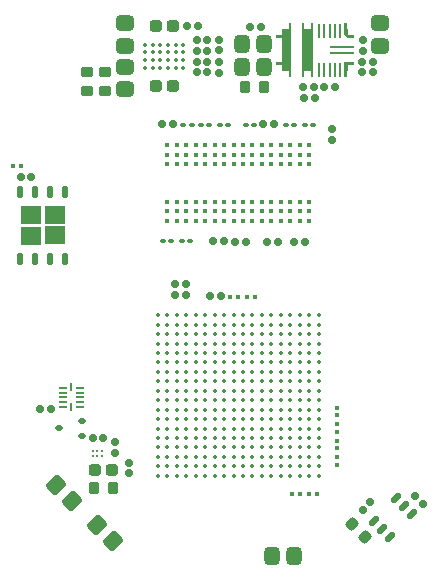
<source format=gtp>
G04*
G04 #@! TF.GenerationSoftware,Altium Limited,Altium Designer,22.0.2 (36)*
G04*
G04 Layer_Color=8421504*
%FSAX24Y24*%
%MOIN*%
G70*
G04*
G04 #@! TF.SameCoordinates,F6E1E7C7-60DA-40DC-8EC0-405BC10227F4*
G04*
G04*
G04 #@! TF.FilePolarity,Positive*
G04*
G01*
G75*
%ADD15R,0.0709X0.0591*%
G04:AMPARAMS|DCode=16|XSize=13.8mil|YSize=15.7mil|CornerRadius=3.4mil|HoleSize=0mil|Usage=FLASHONLY|Rotation=270.000|XOffset=0mil|YOffset=0mil|HoleType=Round|Shape=RoundedRectangle|*
%AMROUNDEDRECTD16*
21,1,0.0138,0.0089,0,0,270.0*
21,1,0.0069,0.0157,0,0,270.0*
1,1,0.0069,-0.0044,-0.0034*
1,1,0.0069,-0.0044,0.0034*
1,1,0.0069,0.0044,0.0034*
1,1,0.0069,0.0044,-0.0034*
%
%ADD16ROUNDEDRECTD16*%
G04:AMPARAMS|DCode=17|XSize=25.2mil|YSize=25.2mil|CornerRadius=6.3mil|HoleSize=0mil|Usage=FLASHONLY|Rotation=90.000|XOffset=0mil|YOffset=0mil|HoleType=Round|Shape=RoundedRectangle|*
%AMROUNDEDRECTD17*
21,1,0.0252,0.0126,0,0,90.0*
21,1,0.0126,0.0252,0,0,90.0*
1,1,0.0126,0.0063,0.0063*
1,1,0.0126,0.0063,-0.0063*
1,1,0.0126,-0.0063,-0.0063*
1,1,0.0126,-0.0063,0.0063*
%
%ADD17ROUNDEDRECTD17*%
G04:AMPARAMS|DCode=18|XSize=59.1mil|YSize=51.2mil|CornerRadius=12.8mil|HoleSize=0mil|Usage=FLASHONLY|Rotation=90.000|XOffset=0mil|YOffset=0mil|HoleType=Round|Shape=RoundedRectangle|*
%AMROUNDEDRECTD18*
21,1,0.0591,0.0256,0,0,90.0*
21,1,0.0335,0.0512,0,0,90.0*
1,1,0.0256,0.0128,0.0167*
1,1,0.0256,0.0128,-0.0167*
1,1,0.0256,-0.0128,-0.0167*
1,1,0.0256,-0.0128,0.0167*
%
%ADD18ROUNDEDRECTD18*%
G04:AMPARAMS|DCode=19|XSize=59.1mil|YSize=51.2mil|CornerRadius=12.8mil|HoleSize=0mil|Usage=FLASHONLY|Rotation=225.000|XOffset=0mil|YOffset=0mil|HoleType=Round|Shape=RoundedRectangle|*
%AMROUNDEDRECTD19*
21,1,0.0591,0.0256,0,0,225.0*
21,1,0.0335,0.0512,0,0,225.0*
1,1,0.0256,-0.0209,-0.0028*
1,1,0.0256,0.0028,0.0209*
1,1,0.0256,0.0209,0.0028*
1,1,0.0256,-0.0028,-0.0209*
%
%ADD19ROUNDEDRECTD19*%
G04:AMPARAMS|DCode=20|XSize=23.6mil|YSize=23.6mil|CornerRadius=5.9mil|HoleSize=0mil|Usage=FLASHONLY|Rotation=90.000|XOffset=0mil|YOffset=0mil|HoleType=Round|Shape=RoundedRectangle|*
%AMROUNDEDRECTD20*
21,1,0.0236,0.0118,0,0,90.0*
21,1,0.0118,0.0236,0,0,90.0*
1,1,0.0118,0.0059,0.0059*
1,1,0.0118,0.0059,-0.0059*
1,1,0.0118,-0.0059,-0.0059*
1,1,0.0118,-0.0059,0.0059*
%
%ADD20ROUNDEDRECTD20*%
G04:AMPARAMS|DCode=21|XSize=16.5mil|YSize=18.1mil|CornerRadius=4.1mil|HoleSize=0mil|Usage=FLASHONLY|Rotation=270.000|XOffset=0mil|YOffset=0mil|HoleType=Round|Shape=RoundedRectangle|*
%AMROUNDEDRECTD21*
21,1,0.0165,0.0098,0,0,270.0*
21,1,0.0083,0.0181,0,0,270.0*
1,1,0.0083,-0.0049,-0.0041*
1,1,0.0083,-0.0049,0.0041*
1,1,0.0083,0.0049,0.0041*
1,1,0.0083,0.0049,-0.0041*
%
%ADD21ROUNDEDRECTD21*%
G04:AMPARAMS|DCode=22|XSize=23.6mil|YSize=23.6mil|CornerRadius=5.9mil|HoleSize=0mil|Usage=FLASHONLY|Rotation=180.000|XOffset=0mil|YOffset=0mil|HoleType=Round|Shape=RoundedRectangle|*
%AMROUNDEDRECTD22*
21,1,0.0236,0.0118,0,0,180.0*
21,1,0.0118,0.0236,0,0,180.0*
1,1,0.0118,-0.0059,0.0059*
1,1,0.0118,0.0059,0.0059*
1,1,0.0118,0.0059,-0.0059*
1,1,0.0118,-0.0059,-0.0059*
%
%ADD22ROUNDEDRECTD22*%
G04:AMPARAMS|DCode=23|XSize=25.2mil|YSize=25.2mil|CornerRadius=6.3mil|HoleSize=0mil|Usage=FLASHONLY|Rotation=180.000|XOffset=0mil|YOffset=0mil|HoleType=Round|Shape=RoundedRectangle|*
%AMROUNDEDRECTD23*
21,1,0.0252,0.0126,0,0,180.0*
21,1,0.0126,0.0252,0,0,180.0*
1,1,0.0126,-0.0063,0.0063*
1,1,0.0126,0.0063,0.0063*
1,1,0.0126,0.0063,-0.0063*
1,1,0.0126,-0.0063,-0.0063*
%
%ADD23ROUNDEDRECTD23*%
G04:AMPARAMS|DCode=24|XSize=17.7mil|YSize=41.3mil|CornerRadius=4.4mil|HoleSize=0mil|Usage=FLASHONLY|Rotation=180.000|XOffset=0mil|YOffset=0mil|HoleType=Round|Shape=RoundedRectangle|*
%AMROUNDEDRECTD24*
21,1,0.0177,0.0325,0,0,180.0*
21,1,0.0089,0.0413,0,0,180.0*
1,1,0.0089,-0.0044,0.0162*
1,1,0.0089,0.0044,0.0162*
1,1,0.0089,0.0044,-0.0162*
1,1,0.0089,-0.0044,-0.0162*
%
%ADD24ROUNDEDRECTD24*%
%ADD25C,0.0138*%
G04:AMPARAMS|DCode=26|XSize=7.9mil|YSize=27.6mil|CornerRadius=2mil|HoleSize=0mil|Usage=FLASHONLY|Rotation=270.000|XOffset=0mil|YOffset=0mil|HoleType=Round|Shape=RoundedRectangle|*
%AMROUNDEDRECTD26*
21,1,0.0079,0.0236,0,0,270.0*
21,1,0.0039,0.0276,0,0,270.0*
1,1,0.0039,-0.0118,-0.0020*
1,1,0.0039,-0.0118,0.0020*
1,1,0.0039,0.0118,0.0020*
1,1,0.0039,0.0118,-0.0020*
%
%ADD26ROUNDEDRECTD26*%
G04:AMPARAMS|DCode=27|XSize=7.9mil|YSize=27.6mil|CornerRadius=2mil|HoleSize=0mil|Usage=FLASHONLY|Rotation=180.000|XOffset=0mil|YOffset=0mil|HoleType=Round|Shape=RoundedRectangle|*
%AMROUNDEDRECTD27*
21,1,0.0079,0.0236,0,0,180.0*
21,1,0.0039,0.0276,0,0,180.0*
1,1,0.0039,-0.0020,0.0118*
1,1,0.0039,0.0020,0.0118*
1,1,0.0039,0.0020,-0.0118*
1,1,0.0039,-0.0020,-0.0118*
%
%ADD27ROUNDEDRECTD27*%
G04:AMPARAMS|DCode=28|XSize=18.5mil|YSize=23.6mil|CornerRadius=4.6mil|HoleSize=0mil|Usage=FLASHONLY|Rotation=90.000|XOffset=0mil|YOffset=0mil|HoleType=Round|Shape=RoundedRectangle|*
%AMROUNDEDRECTD28*
21,1,0.0185,0.0144,0,0,90.0*
21,1,0.0093,0.0236,0,0,90.0*
1,1,0.0093,0.0072,0.0046*
1,1,0.0093,0.0072,-0.0046*
1,1,0.0093,-0.0072,-0.0046*
1,1,0.0093,-0.0072,0.0046*
%
%ADD28ROUNDEDRECTD28*%
G04:AMPARAMS|DCode=29|XSize=39.4mil|YSize=35.4mil|CornerRadius=8.9mil|HoleSize=0mil|Usage=FLASHONLY|Rotation=90.000|XOffset=0mil|YOffset=0mil|HoleType=Round|Shape=RoundedRectangle|*
%AMROUNDEDRECTD29*
21,1,0.0394,0.0177,0,0,90.0*
21,1,0.0217,0.0354,0,0,90.0*
1,1,0.0177,0.0089,0.0108*
1,1,0.0177,0.0089,-0.0108*
1,1,0.0177,-0.0089,-0.0108*
1,1,0.0177,-0.0089,0.0108*
%
%ADD29ROUNDEDRECTD29*%
G04:AMPARAMS|DCode=30|XSize=37.4mil|YSize=41.3mil|CornerRadius=9.4mil|HoleSize=0mil|Usage=FLASHONLY|Rotation=270.000|XOffset=0mil|YOffset=0mil|HoleType=Round|Shape=RoundedRectangle|*
%AMROUNDEDRECTD30*
21,1,0.0374,0.0226,0,0,270.0*
21,1,0.0187,0.0413,0,0,270.0*
1,1,0.0187,-0.0113,-0.0094*
1,1,0.0187,-0.0113,0.0094*
1,1,0.0187,0.0113,0.0094*
1,1,0.0187,0.0113,-0.0094*
%
%ADD30ROUNDEDRECTD30*%
%ADD31C,0.0110*%
G04:AMPARAMS|DCode=32|XSize=59.1mil|YSize=51.2mil|CornerRadius=12.8mil|HoleSize=0mil|Usage=FLASHONLY|Rotation=0.000|XOffset=0mil|YOffset=0mil|HoleType=Round|Shape=RoundedRectangle|*
%AMROUNDEDRECTD32*
21,1,0.0591,0.0256,0,0,0.0*
21,1,0.0335,0.0512,0,0,0.0*
1,1,0.0256,0.0167,-0.0128*
1,1,0.0256,-0.0167,-0.0128*
1,1,0.0256,-0.0167,0.0128*
1,1,0.0256,0.0167,0.0128*
%
%ADD32ROUNDEDRECTD32*%
G04:AMPARAMS|DCode=33|XSize=39.4mil|YSize=35.4mil|CornerRadius=8.9mil|HoleSize=0mil|Usage=FLASHONLY|Rotation=0.000|XOffset=0mil|YOffset=0mil|HoleType=Round|Shape=RoundedRectangle|*
%AMROUNDEDRECTD33*
21,1,0.0394,0.0177,0,0,0.0*
21,1,0.0217,0.0354,0,0,0.0*
1,1,0.0177,0.0108,-0.0089*
1,1,0.0177,-0.0108,-0.0089*
1,1,0.0177,-0.0108,0.0089*
1,1,0.0177,0.0108,0.0089*
%
%ADD33ROUNDEDRECTD33*%
G04:AMPARAMS|DCode=34|XSize=39.4mil|YSize=35.4mil|CornerRadius=8.9mil|HoleSize=0mil|Usage=FLASHONLY|Rotation=225.000|XOffset=0mil|YOffset=0mil|HoleType=Round|Shape=RoundedRectangle|*
%AMROUNDEDRECTD34*
21,1,0.0394,0.0177,0,0,225.0*
21,1,0.0217,0.0354,0,0,225.0*
1,1,0.0177,-0.0139,-0.0014*
1,1,0.0177,0.0014,0.0139*
1,1,0.0177,0.0139,0.0014*
1,1,0.0177,-0.0014,-0.0139*
%
%ADD34ROUNDEDRECTD34*%
G04:AMPARAMS|DCode=35|XSize=21.7mil|YSize=39.4mil|CornerRadius=5.4mil|HoleSize=0mil|Usage=FLASHONLY|Rotation=135.000|XOffset=0mil|YOffset=0mil|HoleType=Round|Shape=RoundedRectangle|*
%AMROUNDEDRECTD35*
21,1,0.0217,0.0285,0,0,135.0*
21,1,0.0108,0.0394,0,0,135.0*
1,1,0.0108,0.0063,0.0139*
1,1,0.0108,0.0139,0.0063*
1,1,0.0108,-0.0063,-0.0139*
1,1,0.0108,-0.0139,-0.0063*
%
%ADD35ROUNDEDRECTD35*%
G04:AMPARAMS|DCode=36|XSize=25.2mil|YSize=25.2mil|CornerRadius=6.3mil|HoleSize=0mil|Usage=FLASHONLY|Rotation=315.000|XOffset=0mil|YOffset=0mil|HoleType=Round|Shape=RoundedRectangle|*
%AMROUNDEDRECTD36*
21,1,0.0252,0.0126,0,0,315.0*
21,1,0.0126,0.0252,0,0,315.0*
1,1,0.0126,0.0000,-0.0089*
1,1,0.0126,-0.0089,0.0000*
1,1,0.0126,0.0000,0.0089*
1,1,0.0126,0.0089,0.0000*
%
%ADD36ROUNDEDRECTD36*%
%ADD37R,0.0050X0.0050*%
%ADD38R,0.0050X0.0050*%
%ADD39R,0.0080X0.0510*%
%ADD40C,0.0157*%
G04:AMPARAMS|DCode=41|XSize=25.2mil|YSize=25.2mil|CornerRadius=6.3mil|HoleSize=0mil|Usage=FLASHONLY|Rotation=225.000|XOffset=0mil|YOffset=0mil|HoleType=Round|Shape=RoundedRectangle|*
%AMROUNDEDRECTD41*
21,1,0.0252,0.0126,0,0,225.0*
21,1,0.0126,0.0252,0,0,225.0*
1,1,0.0126,-0.0089,0.0000*
1,1,0.0126,0.0000,0.0089*
1,1,0.0126,0.0089,0.0000*
1,1,0.0126,0.0000,-0.0089*
%
%ADD41ROUNDEDRECTD41*%
G04:AMPARAMS|DCode=42|XSize=13.8mil|YSize=15.7mil|CornerRadius=3.4mil|HoleSize=0mil|Usage=FLASHONLY|Rotation=180.000|XOffset=0mil|YOffset=0mil|HoleType=Round|Shape=RoundedRectangle|*
%AMROUNDEDRECTD42*
21,1,0.0138,0.0089,0,0,180.0*
21,1,0.0069,0.0157,0,0,180.0*
1,1,0.0069,-0.0034,0.0044*
1,1,0.0069,0.0034,0.0044*
1,1,0.0069,0.0034,-0.0044*
1,1,0.0069,-0.0034,-0.0044*
%
%ADD42ROUNDEDRECTD42*%
%ADD43R,0.0810X0.0100*%
G36*
X009556Y019113D02*
X009636Y019113D01*
X009636Y017304D01*
X009556Y017304D01*
X009556Y017501D01*
X009343Y017501D01*
X009343Y017716D01*
X009143Y017716D01*
X009143Y017816D01*
X009343Y017816D01*
Y018602D01*
X009143Y018602D01*
Y018702D01*
X009343Y018702D01*
X009343Y018916D01*
X009556Y018916D01*
X009556Y019113D01*
D02*
G37*
G36*
X010284D02*
X010364Y019113D01*
X010364Y017304D01*
X010284Y017304D01*
X010284Y017501D01*
X010069Y017501D01*
X010069Y017304D01*
X009989D01*
X009989Y019113D01*
X010069Y019113D01*
X010069Y018916D01*
X010284Y018916D01*
Y019113D01*
D02*
G37*
G36*
X011406Y017814D02*
X011741Y017816D01*
Y017716D01*
X011542Y017716D01*
X011545Y017501D01*
X011486Y017501D01*
Y017304D01*
X011406Y017304D01*
X011406Y017814D01*
D02*
G37*
G36*
X011406Y019113D02*
X011486D01*
Y018916D01*
X011544D01*
X011542Y018702D01*
X011741D01*
X011741Y018602D01*
X011515Y018603D01*
X011406Y018702D01*
X011406Y019113D01*
D02*
G37*
D15*
X001757Y012695D02*
D03*
X000969Y012697D02*
D03*
X001758Y012027D02*
D03*
X000969Y012025D02*
D03*
D16*
X007864Y009980D02*
D03*
X007608D02*
D03*
X008415D02*
D03*
X008159D02*
D03*
X000364Y014350D02*
D03*
X000620D02*
D03*
X009931Y003406D02*
D03*
X009675D02*
D03*
X010482D02*
D03*
X010226D02*
D03*
D17*
X008274Y018976D02*
D03*
X008636D02*
D03*
X005774Y010039D02*
D03*
X006136D02*
D03*
X009187Y011811D02*
D03*
X008825D02*
D03*
X000616Y013976D02*
D03*
X000978D02*
D03*
X001618Y006240D02*
D03*
X001256Y006240D02*
D03*
X003018Y005285D02*
D03*
X003380Y005285D02*
D03*
X010055Y016614D02*
D03*
X010417Y016614D02*
D03*
X008124Y011811D02*
D03*
X005693Y015748D02*
D03*
X007762Y011811D02*
D03*
X010102Y011811D02*
D03*
X005331Y015748D02*
D03*
X009740Y011811D02*
D03*
D18*
X008986Y001358D02*
D03*
X009734D02*
D03*
X008730Y018406D02*
D03*
Y017657D02*
D03*
X007982Y018406D02*
D03*
Y017657D02*
D03*
D19*
X003709Y001852D02*
D03*
X003180Y002381D02*
D03*
X001812Y003709D02*
D03*
X002341Y003180D02*
D03*
D20*
X005768Y010413D02*
D03*
X006122D02*
D03*
X007283Y010020D02*
D03*
X006929Y010020D02*
D03*
X006171Y019006D02*
D03*
X006526D02*
D03*
X010039Y016988D02*
D03*
X010747Y016988D02*
D03*
X010393Y016988D02*
D03*
X011997Y017461D02*
D03*
Y017815D02*
D03*
X008701Y015728D02*
D03*
X007037Y011831D02*
D03*
X007392D02*
D03*
X009055Y015728D02*
D03*
X011102Y016988D02*
D03*
X012352Y017815D02*
D03*
Y017461D02*
D03*
D21*
X006047Y015709D02*
D03*
X006315D02*
D03*
X010102D02*
D03*
X010370D02*
D03*
X009472D02*
D03*
X009740D02*
D03*
X005368Y011850D02*
D03*
X005636D02*
D03*
X008402Y015709D02*
D03*
X008134D02*
D03*
X007535D02*
D03*
X007268D02*
D03*
X006906D02*
D03*
X006638D02*
D03*
X006008Y011850D02*
D03*
X006276D02*
D03*
D22*
X011004Y015217D02*
D03*
Y015571D02*
D03*
X006486Y018533D02*
D03*
Y018179D02*
D03*
X006841Y018179D02*
D03*
Y018533D02*
D03*
X006841Y017825D02*
D03*
Y017470D02*
D03*
X006486Y017470D02*
D03*
Y017825D02*
D03*
X004232Y004094D02*
D03*
Y004449D02*
D03*
D23*
X007215Y018195D02*
D03*
Y018557D02*
D03*
X007215Y017809D02*
D03*
Y017447D02*
D03*
X003770Y005142D02*
D03*
Y004780D02*
D03*
X012017Y018547D02*
D03*
X012017Y018185D02*
D03*
D24*
X001112Y013470D02*
D03*
X001612Y011250D02*
D03*
X001112D02*
D03*
X002112Y013470D02*
D03*
X000612Y011250D02*
D03*
X001612Y013470D02*
D03*
X002112Y011250D02*
D03*
X000612Y013470D02*
D03*
D25*
X008976Y005591D02*
D03*
X009291D02*
D03*
X004764Y018130D02*
D03*
Y018386D02*
D03*
X005020D02*
D03*
Y017618D02*
D03*
X004764Y017874D02*
D03*
Y017618D02*
D03*
X005787Y018386D02*
D03*
Y017618D02*
D03*
X006043Y018130D02*
D03*
Y017874D02*
D03*
X005787D02*
D03*
Y018130D02*
D03*
X007717Y006850D02*
D03*
X006772Y009370D02*
D03*
X005827Y007480D02*
D03*
X006457Y006220D02*
D03*
X006772Y007480D02*
D03*
X009291Y006850D02*
D03*
X009921D02*
D03*
X010551Y007480D02*
D03*
Y007795D02*
D03*
X010236Y007165D02*
D03*
X009921Y007480D02*
D03*
X010551Y009055D02*
D03*
X007087Y008425D02*
D03*
X006772D02*
D03*
X005512Y008740D02*
D03*
X005197Y009055D02*
D03*
X005512Y006535D02*
D03*
X005197D02*
D03*
X005827Y008110D02*
D03*
X005512Y008425D02*
D03*
X007087Y008740D02*
D03*
X006142Y009370D02*
D03*
X005512Y006850D02*
D03*
Y007480D02*
D03*
X007087Y008110D02*
D03*
X007402Y009370D02*
D03*
X006457D02*
D03*
X007402Y008740D02*
D03*
X006772Y008110D02*
D03*
X007402Y009055D02*
D03*
X006772D02*
D03*
X007087D02*
D03*
X005827D02*
D03*
X006457Y008740D02*
D03*
X005827Y009370D02*
D03*
Y008740D02*
D03*
X006457Y009055D02*
D03*
X006142Y008425D02*
D03*
Y008740D02*
D03*
X005512Y009055D02*
D03*
Y007165D02*
D03*
X006142Y006535D02*
D03*
X005827Y007165D02*
D03*
Y006220D02*
D03*
X006142Y007165D02*
D03*
Y006220D02*
D03*
X005827Y006535D02*
D03*
X005197Y006850D02*
D03*
X005512Y008110D02*
D03*
X006142Y007795D02*
D03*
X005197D02*
D03*
Y008110D02*
D03*
X005827Y007795D02*
D03*
X005197Y008425D02*
D03*
Y007480D02*
D03*
X006142Y008110D02*
D03*
X010236Y006535D02*
D03*
X010551D02*
D03*
Y008110D02*
D03*
Y008740D02*
D03*
X008031Y009370D02*
D03*
Y009055D02*
D03*
X007717Y009370D02*
D03*
X009921D02*
D03*
X008976D02*
D03*
X010551Y007165D02*
D03*
X008976Y009055D02*
D03*
X008661Y008425D02*
D03*
Y008740D02*
D03*
Y009055D02*
D03*
X009921Y008110D02*
D03*
Y009055D02*
D03*
X009606Y009370D02*
D03*
X009921Y008425D02*
D03*
Y007795D02*
D03*
X008031Y008425D02*
D03*
X007717Y006535D02*
D03*
X008031D02*
D03*
Y006850D02*
D03*
X008346Y006535D02*
D03*
Y006850D02*
D03*
X009606Y006220D02*
D03*
X009921D02*
D03*
Y006535D02*
D03*
X006772Y006220D02*
D03*
X007717Y008740D02*
D03*
Y008425D02*
D03*
X008346Y009055D02*
D03*
X008031Y008740D02*
D03*
X008346Y008425D02*
D03*
X008976Y004016D02*
D03*
X008661Y004331D02*
D03*
X005197Y005591D02*
D03*
X005512Y004331D02*
D03*
Y004016D02*
D03*
X006142Y004331D02*
D03*
Y004016D02*
D03*
X006772Y004331D02*
D03*
Y004016D02*
D03*
X007402Y004331D02*
D03*
Y004016D02*
D03*
X007087Y004961D02*
D03*
Y004646D02*
D03*
X005827Y004961D02*
D03*
Y004646D02*
D03*
X005197Y004961D02*
D03*
Y004646D02*
D03*
X006457Y004961D02*
D03*
Y004646D02*
D03*
X005512Y005591D02*
D03*
Y005276D02*
D03*
X009606Y004331D02*
D03*
Y004016D02*
D03*
X006043Y018386D02*
D03*
Y017618D02*
D03*
X005531Y018130D02*
D03*
Y017874D02*
D03*
X005276Y018386D02*
D03*
Y018130D02*
D03*
Y017874D02*
D03*
X005020D02*
D03*
Y018130D02*
D03*
X005276Y017618D02*
D03*
X010551Y009370D02*
D03*
Y006850D02*
D03*
Y004016D02*
D03*
X009921Y008740D02*
D03*
X010236Y007795D02*
D03*
X008976D02*
D03*
X009606Y007165D02*
D03*
Y006535D02*
D03*
X009291Y007480D02*
D03*
X008976Y007165D02*
D03*
Y006535D02*
D03*
Y008425D02*
D03*
X008661Y007480D02*
D03*
Y009370D02*
D03*
X008346Y007795D02*
D03*
X008661Y006535D02*
D03*
X008346Y007165D02*
D03*
X008661Y006850D02*
D03*
X009921Y005591D02*
D03*
X010236Y004646D02*
D03*
X009291Y006220D02*
D03*
Y004331D02*
D03*
X008976Y005906D02*
D03*
Y005276D02*
D03*
X008661Y006220D02*
D03*
X008346Y005906D02*
D03*
Y004016D02*
D03*
X007717Y009055D02*
D03*
X008031Y008110D02*
D03*
X007717Y007795D02*
D03*
X006772Y008740D02*
D03*
Y007795D02*
D03*
X005827Y008425D02*
D03*
X005197Y009370D02*
D03*
X005512D02*
D03*
X008031Y007480D02*
D03*
X007717Y007165D02*
D03*
X007402Y007480D02*
D03*
Y006850D02*
D03*
X008031Y006220D02*
D03*
X007402D02*
D03*
X007717Y005906D02*
D03*
X007402Y005591D02*
D03*
X007087Y007795D02*
D03*
Y007165D02*
D03*
Y006535D02*
D03*
Y005906D02*
D03*
Y005591D02*
D03*
X008031Y004961D02*
D03*
X007717Y004331D02*
D03*
Y004016D02*
D03*
Y004646D02*
D03*
X007402Y005276D02*
D03*
Y004961D02*
D03*
Y004646D02*
D03*
X007087Y005276D02*
D03*
Y004016D02*
D03*
X006457Y007480D02*
D03*
X006772Y006850D02*
D03*
X006142Y007480D02*
D03*
X006457Y006535D02*
D03*
Y005906D02*
D03*
X005827D02*
D03*
X006142D02*
D03*
X005197Y007165D02*
D03*
X005512Y006220D02*
D03*
Y005906D02*
D03*
X005197Y006220D02*
D03*
Y005906D02*
D03*
X006457Y005591D02*
D03*
X006772D02*
D03*
Y004961D02*
D03*
X005827Y005591D02*
D03*
X006142Y004961D02*
D03*
X006457Y004331D02*
D03*
X006142Y004646D02*
D03*
X005827Y004331D02*
D03*
X005197Y005276D02*
D03*
X005512Y004646D02*
D03*
X005197Y004016D02*
D03*
X010236Y004331D02*
D03*
Y004016D02*
D03*
X008976Y004331D02*
D03*
X009921Y005906D02*
D03*
X009606D02*
D03*
X010236Y005276D02*
D03*
Y005591D02*
D03*
X009921Y004646D02*
D03*
Y004961D02*
D03*
X009606Y005276D02*
D03*
X009921D02*
D03*
X010551Y005906D02*
D03*
Y006220D02*
D03*
Y005591D02*
D03*
X010236Y005906D02*
D03*
X010551Y004646D02*
D03*
Y004331D02*
D03*
X010236Y004961D02*
D03*
X010551D02*
D03*
X009291Y004016D02*
D03*
X010236Y009370D02*
D03*
X010551Y008425D02*
D03*
X010236Y006220D02*
D03*
X009921Y007165D02*
D03*
X009606Y008110D02*
D03*
X009291Y009055D02*
D03*
X008346Y008740D02*
D03*
X007402Y008425D02*
D03*
X007087Y009370D02*
D03*
X006457Y008110D02*
D03*
X006142Y009055D02*
D03*
X005827Y006850D02*
D03*
X005197Y008740D02*
D03*
X005512Y007795D02*
D03*
X006457Y006850D02*
D03*
Y007165D02*
D03*
X007087Y007480D02*
D03*
X007402Y007795D02*
D03*
X008031D02*
D03*
X008661D02*
D03*
X009291D02*
D03*
X009606Y006850D02*
D03*
Y007480D02*
D03*
X005197Y004331D02*
D03*
X005827Y004016D02*
D03*
X006457D02*
D03*
X006772Y004646D02*
D03*
X007087Y004331D02*
D03*
X006772Y005906D02*
D03*
Y006535D02*
D03*
Y007165D02*
D03*
X007087Y006220D02*
D03*
Y006850D02*
D03*
X007402Y005906D02*
D03*
Y006535D02*
D03*
Y007165D02*
D03*
X007717Y006220D02*
D03*
Y007480D02*
D03*
X008031Y005906D02*
D03*
Y007165D02*
D03*
X008346Y006220D02*
D03*
Y007480D02*
D03*
X008661Y005906D02*
D03*
Y007165D02*
D03*
X008976Y006220D02*
D03*
Y006850D02*
D03*
Y007480D02*
D03*
X009291Y006535D02*
D03*
Y007165D02*
D03*
X005512Y004961D02*
D03*
X005827Y005276D02*
D03*
X006457D02*
D03*
X006772D02*
D03*
X008346Y005591D02*
D03*
X008661Y004646D02*
D03*
X009291Y005906D02*
D03*
X009606Y004961D02*
D03*
X009921Y004016D02*
D03*
X010551Y005276D02*
D03*
X005531Y017618D02*
D03*
Y018386D02*
D03*
X008346Y008110D02*
D03*
X008661D02*
D03*
X008976D02*
D03*
X009291D02*
D03*
X009606Y007795D02*
D03*
X010236Y008110D02*
D03*
Y009055D02*
D03*
Y008740D02*
D03*
Y008425D02*
D03*
Y007480D02*
D03*
Y006850D02*
D03*
X009606Y009055D02*
D03*
Y008740D02*
D03*
Y008425D02*
D03*
X009291Y009370D02*
D03*
Y008740D02*
D03*
Y008425D02*
D03*
X008976Y008740D02*
D03*
X008346Y009370D02*
D03*
X007717Y008110D02*
D03*
X007402D02*
D03*
X006457Y008425D02*
D03*
Y007795D02*
D03*
X006142Y006850D02*
D03*
Y005591D02*
D03*
Y005276D02*
D03*
X009606Y005591D02*
D03*
X009291Y005276D02*
D03*
Y004961D02*
D03*
Y004646D02*
D03*
X008976Y004961D02*
D03*
Y004646D02*
D03*
X008661Y005591D02*
D03*
Y005276D02*
D03*
Y004961D02*
D03*
Y004016D02*
D03*
X008346Y005276D02*
D03*
Y004961D02*
D03*
Y004646D02*
D03*
Y004331D02*
D03*
X008031Y005591D02*
D03*
Y005276D02*
D03*
Y004646D02*
D03*
Y004331D02*
D03*
Y004016D02*
D03*
X007717Y005591D02*
D03*
Y005276D02*
D03*
Y004961D02*
D03*
X009921Y004331D02*
D03*
X009606Y004646D02*
D03*
D26*
X002037Y006319D02*
D03*
X002589Y006319D02*
D03*
X002589Y006476D02*
D03*
X002589Y006634D02*
D03*
Y006791D02*
D03*
Y006949D02*
D03*
X002037Y006476D02*
D03*
X002037Y006634D02*
D03*
X002037Y006791D02*
D03*
X002037Y006949D02*
D03*
D27*
X002313Y006299D02*
D03*
X002313Y006969D02*
D03*
D28*
X001900Y005600D02*
D03*
X002648Y005856D02*
D03*
X002648Y005344D02*
D03*
D29*
X003703Y003618D02*
D03*
X003073Y003618D02*
D03*
X008730Y016988D02*
D03*
X008100D02*
D03*
D30*
X003671Y004213D02*
D03*
X003100D02*
D03*
X005118Y019006D02*
D03*
Y016998D02*
D03*
X005689Y019006D02*
D03*
Y016998D02*
D03*
D31*
X003337Y004843D02*
D03*
X003022Y004843D02*
D03*
X003337Y004685D02*
D03*
X003179Y004843D02*
D03*
Y004685D02*
D03*
X003022Y004685D02*
D03*
D32*
X004104Y018346D02*
D03*
Y017657D02*
D03*
Y019094D02*
D03*
Y016909D02*
D03*
X012608Y019095D02*
D03*
X012608Y018346D02*
D03*
D33*
X002844Y017480D02*
D03*
X003435Y017480D02*
D03*
Y016850D02*
D03*
X002844Y016850D02*
D03*
D34*
X012103Y001962D02*
D03*
X011657Y002408D02*
D03*
D35*
X012657Y002248D02*
D03*
X012393Y002512D02*
D03*
X012921Y001983D02*
D03*
X013673Y002735D02*
D03*
X013144Y003264D02*
D03*
X013409Y003000D02*
D03*
D36*
X012019Y002892D02*
D03*
X012275Y003148D02*
D03*
D37*
X009596Y018858D02*
D03*
Y017559D02*
D03*
X011446D02*
D03*
X011446Y018858D02*
D03*
X010324D02*
D03*
X010029D02*
D03*
Y017559D02*
D03*
X010324D02*
D03*
D38*
X009243Y018652D02*
D03*
X009243Y017766D02*
D03*
X011641Y017766D02*
D03*
Y018652D02*
D03*
D39*
X010915Y017559D02*
D03*
X010738D02*
D03*
X011269Y018858D02*
D03*
X011092D02*
D03*
X011092Y017559D02*
D03*
X010915Y018858D02*
D03*
X010738D02*
D03*
X010560D02*
D03*
X010560Y017559D02*
D03*
X011269Y017559D02*
D03*
D40*
X008976Y014724D02*
D03*
X007717Y012520D02*
D03*
X008661Y014724D02*
D03*
Y013150D02*
D03*
Y012835D02*
D03*
X010236Y012835D02*
D03*
X008031Y013150D02*
D03*
X008346Y012520D02*
D03*
X006142Y014409D02*
D03*
X005827D02*
D03*
X007087Y013150D02*
D03*
X007402D02*
D03*
X006457Y013150D02*
D03*
X006772Y014409D02*
D03*
X005512Y013150D02*
D03*
X005827Y014724D02*
D03*
X005512Y012835D02*
D03*
Y014409D02*
D03*
X006142Y012835D02*
D03*
Y014724D02*
D03*
Y013150D02*
D03*
X006457Y014409D02*
D03*
X007717D02*
D03*
X007402Y012835D02*
D03*
X007717Y014724D02*
D03*
Y013150D02*
D03*
X007087Y014724D02*
D03*
Y012835D02*
D03*
Y014409D02*
D03*
X006772Y013150D02*
D03*
X008031Y014409D02*
D03*
X008346D02*
D03*
Y015039D02*
D03*
Y013150D02*
D03*
X008976D02*
D03*
X009291Y014724D02*
D03*
X008976Y012835D02*
D03*
X009291Y014409D02*
D03*
X009921D02*
D03*
X008661D02*
D03*
X009921Y013150D02*
D03*
X010236Y014724D02*
D03*
X009921Y012835D02*
D03*
Y014724D02*
D03*
X009606Y012835D02*
D03*
Y014724D02*
D03*
X009291Y012835D02*
D03*
X009606Y013150D02*
D03*
Y014409D02*
D03*
X009291Y013150D02*
D03*
X010236Y015039D02*
D03*
Y012520D02*
D03*
X009606Y015039D02*
D03*
X008976D02*
D03*
Y012520D02*
D03*
X009606D02*
D03*
X007402Y015039D02*
D03*
X008031Y014724D02*
D03*
X007402Y014724D02*
D03*
X007087Y015039D02*
D03*
X006772Y014724D02*
D03*
X008031Y012835D02*
D03*
X007402Y012520D02*
D03*
X006772Y012835D02*
D03*
Y012520D02*
D03*
X006457Y014724D02*
D03*
X005827Y015039D02*
D03*
X006457Y012520D02*
D03*
X005827D02*
D03*
Y013150D02*
D03*
X005512Y015039D02*
D03*
X009921D02*
D03*
X009291D02*
D03*
X009921Y012520D02*
D03*
X009291D02*
D03*
X007717Y015039D02*
D03*
X006772D02*
D03*
X008346Y014724D02*
D03*
X007717Y012835D02*
D03*
X008346D02*
D03*
X007402Y014409D02*
D03*
X006457Y015039D02*
D03*
X006142D02*
D03*
X006457Y012835D02*
D03*
X005827Y012835D02*
D03*
X005512Y014724D02*
D03*
X007087Y012520D02*
D03*
X006142Y012520D02*
D03*
X005512D02*
D03*
X010236Y014409D02*
D03*
Y013150D02*
D03*
X008976Y014409D02*
D03*
X008661Y015039D02*
D03*
Y012520D02*
D03*
X008031Y015039D02*
D03*
X008031Y012520D02*
D03*
D41*
X014024Y003080D02*
D03*
X013768Y003336D02*
D03*
D42*
X011161Y006033D02*
D03*
Y006289D02*
D03*
Y005482D02*
D03*
Y005738D02*
D03*
Y004636D02*
D03*
Y004380D02*
D03*
Y005187D02*
D03*
Y004931D02*
D03*
D43*
X011336Y018100D02*
D03*
Y018317D02*
D03*
M02*

</source>
